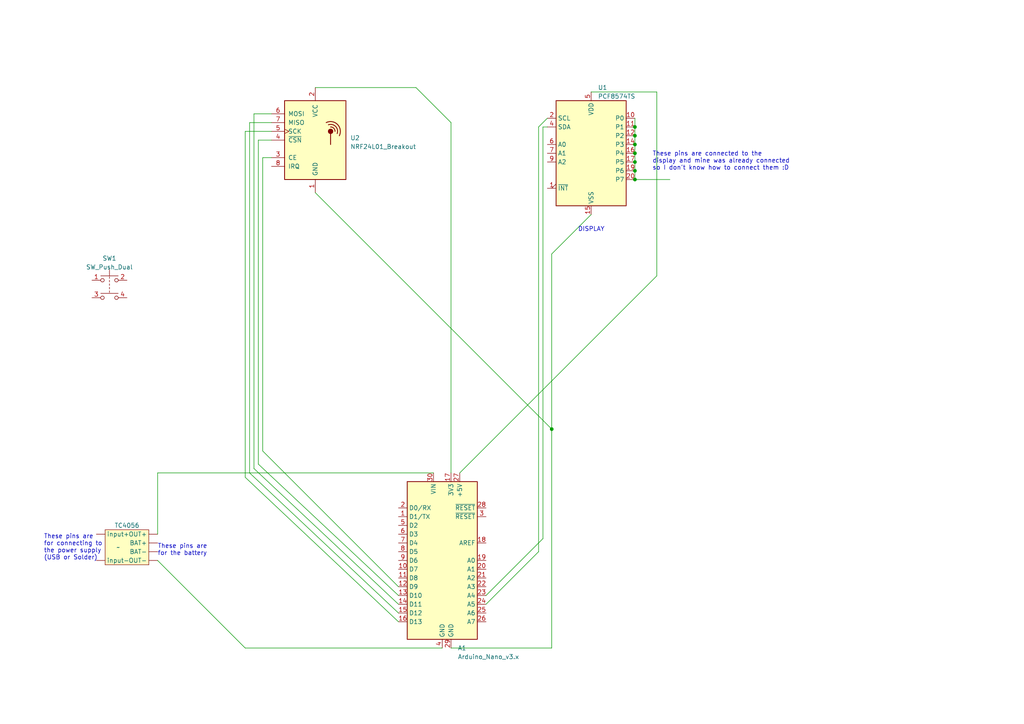
<source format=kicad_sch>
(kicad_sch (version 20230121) (generator eeschema)
  (paper "A4")
  (lib_symbols
    (symbol "Interface_Expansion:PCF8574TS"
      (property "Reference" "U" (at -8.89 16.51 0))
      (property "Value" "PCF8574TS" (at 3.81 16.51 0))
      (symbol "PCF8574TS_0_1"
        (rectangle (start -10.16 15.24) (end 10.16 -15.24) (stroke (width 0.254)) (fill (type background)))
      )
      (symbol "PCF8574TS_1_1"
        (pin open_collector output_low (at -12.7 -10.16 0) (length 2.54) (name "~{INT}") (number "1"))
        (pin bidirectional line (at 12.7 10.16 180) (length 2.54) (name "P0") (number "10"))
        (pin bidirectional line (at 12.7 7.62 180) (length 2.54) (name "P1") (number "11"))
        (pin bidirectional line (at 12.7 5.08 180) (length 2.54) (name "P2") (number "12"))
        (pin no_connect line (at -10.16 -5.08 0) (length 2.54) hide (name "NC") (number "13"))
        (pin bidirectional line (at 12.7 2.54 180) (length 2.54) (name "P3") (number "14"))
        (pin power_in line (at 0 -17.78 90) (length 2.54) (name "VSS") (number "15"))
        (pin bidirectional line (at 12.7 0 180) (length 2.54) (name "P4") (number "16"))
        (pin bidirectional line (at 12.7 -2.54 180) (length 2.54) (name "P5") (number "17"))
        (pin no_connect line (at -10.16 -7.62 0) (length 2.54) hide (name "NC") (number "18"))
        (pin bidirectional line (at 12.7 -5.08 180) (length 2.54) (name "P6") (number "19"))
        (pin input line (at -12.7 10.16 0) (length 2.54) (name "SCL") (number "2"))
        (pin bidirectional line (at 12.7 -7.62 180) (length 2.54) (name "P7") (number "20"))
        (pin no_connect line (at 10.16 -10.16 180) (length 2.54) hide (name "NC") (number "3"))
        (pin bidirectional line (at -12.7 7.62 0) (length 2.54) (name "SDA") (number "4"))
        (pin power_in line (at 0 17.78 270) (length 2.54) (name "VDD") (number "5"))
        (pin input line (at -12.7 2.54 0) (length 2.54) (name "A0") (number "6"))
        (pin input line (at -12.7 0 0) (length 2.54) (name "A1") (number "7"))
        (pin no_connect line (at 10.16 -12.7 180) (length 2.54) hide (name "NC") (number "8"))
        (pin input line (at -12.7 -2.54 0) (length 2.54) (name "A2") (number "9"))
      )
    )
    (symbol "MCU_Module:Arduino_Nano_v3.x"
      (property "Reference" "A" (at -10.16 23.495 0))
      (property "Value" "Arduino_Nano_v3.x" (at 5.08 -24.13 0))
      (symbol "Arduino_Nano_v3.x_0_1"
        (rectangle (start -10.16 22.86) (end 10.16 -22.86) (stroke (width 0.254)) (fill (type background)))
      )
      (symbol "Arduino_Nano_v3.x_1_1"
        (pin bidirectional line (at -12.7 12.7 0) (length 2.54) (name "D1/TX") (number "1"))
        (pin bidirectional line (at -12.7 -2.54 0) (length 2.54) (name "D7") (number "10"))
        (pin bidirectional line (at -12.7 -5.08 0) (length 2.54) (name "D8") (number "11"))
        (pin bidirectional line (at -12.7 -7.62 0) (length 2.54) (name "D9") (number "12"))
        (pin bidirectional line (at -12.7 -10.16 0) (length 2.54) (name "D10") (number "13"))
        (pin bidirectional line (at -12.7 -12.7 0) (length 2.54) (name "D11") (number "14"))
        (pin bidirectional line (at -12.7 -15.24 0) (length 2.54) (name "D12") (number "15"))
        (pin bidirectional line (at -12.7 -17.78 0) (length 2.54) (name "D13") (number "16"))
        (pin power_out line (at 2.54 25.4 270) (length 2.54) (name "3V3") (number "17"))
        (pin input line (at 12.7 5.08 180) (length 2.54) (name "AREF") (number "18"))
        (pin bidirectional line (at 12.7 0 180) (length 2.54) (name "A0") (number "19"))
        (pin bidirectional line (at -12.7 15.24 0) (length 2.54) (name "D0/RX") (number "2"))
        (pin bidirectional line (at 12.7 -2.54 180) (length 2.54) (name "A1") (number "20"))
        (pin bidirectional line (at 12.7 -5.08 180) (length 2.54) (name "A2") (number "21"))
        (pin bidirectional line (at 12.7 -7.62 180) (length 2.54) (name "A3") (number "22"))
        (pin bidirectional line (at 12.7 -10.16 180) (length 2.54) (name "A4") (number "23"))
        (pin bidirectional line (at 12.7 -12.7 180) (length 2.54) (name "A5") (number "24"))
        (pin bidirectional line (at 12.7 -15.24 180) (length 2.54) (name "A6") (number "25"))
        (pin bidirectional line (at 12.7 -17.78 180) (length 2.54) (name "A7") (number "26"))
        (pin power_out line (at 5.08 25.4 270) (length 2.54) (name "+5V") (number "27"))
        (pin input line (at 12.7 15.24 180) (length 2.54) (name "~{RESET}") (number "28"))
        (pin power_in line (at 2.54 -25.4 90) (length 2.54) (name "GND") (number "29"))
        (pin input line (at 12.7 12.7 180) (length 2.54) (name "~{RESET}") (number "3"))
        (pin power_in line (at -2.54 25.4 270) (length 2.54) (name "VIN") (number "30"))
        (pin power_in line (at 0 -25.4 90) (length 2.54) (name "GND") (number "4"))
        (pin bidirectional line (at -12.7 10.16 0) (length 2.54) (name "D2") (number "5"))
        (pin bidirectional line (at -12.7 7.62 0) (length 2.54) (name "D3") (number "6"))
        (pin bidirectional line (at -12.7 5.08 0) (length 2.54) (name "D4") (number "7"))
        (pin bidirectional line (at -12.7 2.54 0) (length 2.54) (name "D5") (number "8"))
        (pin bidirectional line (at -12.7 0 0) (length 2.54) (name "D6") (number "9"))
      )
    )
    (symbol "RF:NRF24L01_Breakout" (pin_names (offset 1.016))
      (property "Reference" "U" (at -8.89 12.7 0))
      (property "Value" "NRF24L01_Breakout" (at 3.81 12.7 0))
      (symbol "NRF24L01_Breakout_0_1"
        (rectangle (start -8.89 11.43) (end 8.89 -11.43) (stroke (width 0.254)) (fill (type background)))
        (polyline (pts (xy 4.445 1.905) (xy 4.445 -1.27)) (stroke (width 0.254)))
        (circle (center 4.445 2.54) (radius 0.635) (stroke (width 0.254)) (fill (type outline)))
        (arc (start 5.715 2.54) (mid 5.3521 3.4546) (end 4.445 3.81) (stroke (width 0.254)))
        (arc (start 6.35 1.905) (mid 5.8763 3.9854) (end 3.81 4.445) (stroke (width 0.254)))
        (arc (start 6.985 1.27) (mid 6.453 4.548) (end 3.175 5.08) (stroke (width 0.254)))
      )
      (symbol "NRF24L01_Breakout_1_1"
        (pin power_in line (at 0 -15.24 90) (length 3.81) (name "GND") (number "1"))
        (pin power_in line (at 0 15.24 270) (length 3.81) (name "VCC") (number "2"))
        (pin input line (at -12.7 -5.08 0) (length 3.81) (name "CE") (number "3"))
        (pin input line (at -12.7 0 0) (length 3.81) (name "~{CSN}") (number "4"))
        (pin input clock (at -12.7 2.54 0) (length 3.81) (name "SCK") (number "5"))
        (pin input line (at -12.7 7.62 0) (length 3.81) (name "MOSI") (number "6"))
        (pin output line (at -12.7 5.08 0) (length 3.81) (name "MISO") (number "7"))
        (pin output line (at -12.7 -7.62 0) (length 3.81) (name "IRQ") (number "8"))
      )
    )
    (symbol "Switch:SW_Push_Dual" (pin_names (offset 1.016) hide)
      (property "Reference" "SW" (at 1.27 2.54 0))
      (property "Value" "SW_Push_Dual" (at 0 -6.858 0))
      (symbol "SW_Push_Dual_0_1"
        (circle (center -2.032 -5.08) (radius 0.508))
        (circle (center -2.032 0) (radius 0.508))
        (polyline (pts (xy 0 -3.048) (xy 0 -3.556)))
        (polyline (pts (xy 0 -2.032) (xy 0 -2.54)))
        (polyline (pts (xy 0 -1.524) (xy 0 -1.016)))
        (polyline (pts (xy 0 -0.508) (xy 0 0)))
        (polyline (pts (xy 0 0.508) (xy 0 1.016)))
        (polyline (pts (xy 0 1.27) (xy 0 3.048)))
        (polyline (pts (xy 2.54 -3.81) (xy -2.54 -3.81)))
        (polyline (pts (xy 2.54 1.27) (xy -2.54 1.27)))
        (circle (center 2.032 -5.08) (radius 0.508))
        (circle (center 2.032 0) (radius 0.508))
        (pin passive line (at -5.08 0 0) (length 2.54) (name "1") (number "1"))
        (pin passive line (at 5.08 0 180) (length 2.54) (name "2") (number "2"))
        (pin passive line (at -5.08 -5.08 0) (length 2.54) (name "3") (number "3"))
        (pin passive line (at 5.08 -5.08 180) (length 2.54) (name "4") (number "4"))
      )
    )
    (symbol "from_internet:tc4056"
      (property "Reference" "TC4056" (at -1.27 0 0))
      (symbol "tc4056_1_1"
        (rectangle (start -5.08 5.08) (end 7.62 -5.08) (fill (type background)))
        (pin bidirectional line (at 10.16 1.27 180) (length 2.54) (name "BAT+") (number ""))
        (pin bidirectional line (at 10.16 -1.27 180) (length 2.54) (name "BAT-") (number ""))
        (pin output line (at 10.16 3.81 180) (length 2.54) (name "OUT+") (number ""))
        (pin output line (at 10.16 -3.81 180) (length 2.54) (name "OUT-") (number ""))
        (pin input line (at -7.62 3.81 0) (length 2.54) (name "input+") (number ""))
        (pin input line (at -7.62 -3.81 0) (length 2.54) (name "input-") (number ""))
      )
    )
  )
  (junction (at 184.15 52.07))
  (junction (at 184.15 44.45))
  (junction (at 160.02 124.46))
  (junction (at 184.15 46.99))
  (junction (at 184.15 49.53))
  (junction (at 184.15 41.91))
  (junction (at 184.15 36.83))
  (junction (at 184.15 39.37))
  (wire (pts (xy 76.2 130.81) (xy 115.57 170.18)))
  (wire (pts (xy 184.15 49.53) (xy 184.15 52.07)))
  (wire (pts (xy 72.39 35.56) (xy 72.39 137.16)))
  (wire (pts (xy 157.48 36.83) (xy 158.75 36.83)))
  (wire (pts (xy 156.21 36.83) (xy 158.75 34.29)))
  (wire (pts (xy 45.72 137.16) (xy 125.73 137.16)))
  (wire (pts (xy 73.66 33.02) (xy 73.66 135.89)))
  (wire (pts (xy 171.45 26.67) (xy 190.5 26.67)))
  (wire (pts (xy 184.15 52.07) (xy 194.31 52.07)))
  (wire (pts (xy 76.2 45.72) (xy 76.2 130.81)))
  (wire (pts (xy 184.15 44.45) (xy 184.15 46.99)))
  (wire (pts (xy 74.93 134.62) (xy 115.57 172.72)))
  (wire (pts (xy 140.97 175.26) (xy 156.21 160.02)))
  (wire (pts (xy 160.02 124.46) (xy 91.44 55.88)))
  (wire (pts (xy 184.15 46.99) (xy 184.15 49.53)))
  (wire (pts (xy 72.39 35.56) (xy 78.74 35.56)))
  (wire (pts (xy 76.2 45.72) (xy 78.74 45.72)))
  (wire (pts (xy 91.44 25.4) (xy 120.65 25.4)))
  (wire (pts (xy 73.66 33.02) (xy 78.74 33.02)))
  (wire (pts (xy 184.15 39.37) (xy 184.15 41.91)))
  (wire (pts (xy 184.15 41.91) (xy 184.15 44.45)))
  (wire (pts (xy 45.72 137.16) (xy 45.72 154.94)))
  (wire (pts (xy 157.48 36.83) (xy 157.48 156.21)))
  (wire (pts (xy 130.81 35.56) (xy 120.65 25.4)))
  (wire (pts (xy 156.21 160.02) (xy 156.21 36.83)))
  (wire (pts (xy 71.12 38.1) (xy 78.74 38.1)))
  (wire (pts (xy 130.81 137.16) (xy 130.81 35.56)))
  (wire (pts (xy 72.39 137.16) (xy 115.57 177.8)))
  (wire (pts (xy 71.12 187.96) (xy 45.72 162.56)))
  (wire (pts (xy 184.15 34.29) (xy 184.15 36.83)))
  (wire (pts (xy 71.12 38.1) (xy 71.12 138.43)))
  (wire (pts (xy 73.66 135.89) (xy 115.57 175.26)))
  (wire (pts (xy 71.12 138.43) (xy 115.57 180.34)))
  (wire (pts (xy 160.02 73.66) (xy 171.45 62.23)))
  (wire (pts (xy 71.12 187.96) (xy 128.27 187.96)))
  (wire (pts (xy 160.02 187.96) (xy 160.02 124.46)))
  (wire (pts (xy 184.15 36.83) (xy 184.15 39.37)))
  (wire (pts (xy 74.93 40.64) (xy 74.93 134.62)))
  (wire (pts (xy 157.48 156.21) (xy 140.97 172.72)))
  (wire (pts (xy 160.02 124.46) (xy 160.02 73.66)))
  (wire (pts (xy 190.5 80.01) (xy 133.35 137.16)))
  (wire (pts (xy 130.81 187.96) (xy 160.02 187.96)))
  (wire (pts (xy 190.5 26.67) (xy 190.5 80.01)))
  (wire (pts (xy 74.93 40.64) (xy 78.74 40.64)))
  (text "These pins are\nfor connecting to\nthe power supply\n(USB or Solder)" (at 12.7 162.56 0) (effects (font (size 1.27 1.27)) (justify left bottom)))
  (text "These pins are connected to the\ndisplay and mine was already connected\nso I don't know how to connect them :D\n" (at 189.23 49.53 0) (effects (font (size 1.27 1.27)) (justify left bottom)))
  (text "These pins are\nfor the battery" (at 45.72 161.29 0) (effects (font (size 1.27 1.27)) (justify left bottom)))
  (text "DISPLAY" (at 167.64 67.31 0) (effects (font (size 1.27 1.27)) (justify left bottom)))
  (symbol (lib_id "Interface_Expansion:PCF8574TS") (at 171.45 44.45 0) (unit 1)
    (property "Reference" "U1" (at 173.4059 25.4 0) (effects (justify left)))
    (property "Value" "PCF8574TS" (at 173.4059 27.94 0) (effects (justify left)))
    (property "Footprint" "Package_SO:SSOP-20_4.4x6.5mm_P0.65mm" (effects hide))
    (property "Datasheet" "http://www.nxp.com/documents/data_sheet/PCF8574_PCF8574A.pdf" (effects hide))
  )
  (symbol (lib_id "RF:NRF24L01_Breakout") (at 91.44 40.64 0) (unit 1)
    (property "Reference" "U2" (at 101.6 40.005 0) (effects (justify left)))
    (property "Value" "NRF24L01_Breakout" (at 101.6 42.545 0) (effects (justify left)))
    (property "Footprint" "RF_Module:nRF24L01_Breakout" (effects hide))
    (property "Datasheet" "http://www.nordicsemi.com/eng/content/download/2730/34105/file/nRF24L01_Product_Specification_v2_0.pdf" (effects hide))
  )
  (symbol (lib_id "Switch:SW_Push_Dual") (at 31.75 81.28 0) (unit 1)
    (property "Reference" "SW1" (at 31.75 74.93 0))
    (property "Value" "SW_Push_Dual" (at 31.75 77.47 0))
  )
  (symbol (lib_id "MCU_Module:Arduino_Nano_v3.x") (at 128.27 162.56 0) (unit 1)
    (property "Reference" "A1" (at 132.7659 187.96 0) (effects (justify left)))
    (property "Value" "Arduino_Nano_v3.x" (at 132.7659 190.5 0) (effects (justify left)))
    (property "Footprint" "Module:Arduino_Nano" (effects hide))
    (property "Datasheet" "http://www.mouser.com/pdfdocs/Gravitech_Arduino_Nano3_0.pdf" (effects hide))
  )
  (symbol (lib_id "from_internet:tc4056") (at 35.56 158.75 0) (unit 1)
    (property "Reference" "TC4056" (at 36.83 152.4 0))
    (property "Value" "~" (at 34.29 158.75 0))
  )
)
</source>
